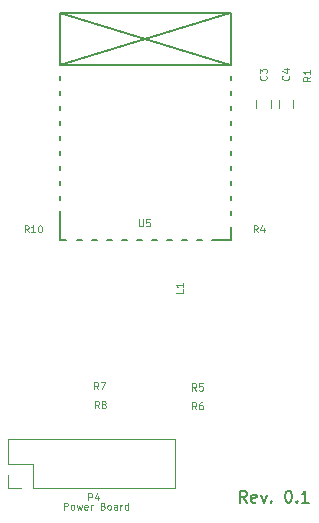
<source format=gto>
G04 #@! TF.GenerationSoftware,KiCad,Pcbnew,5.0.0-rc2-be01b52~65~ubuntu16.04.1*
G04 #@! TF.CreationDate,2018-06-27T12:44:11+03:00*
G04 #@! TF.ProjectId,livolo_2_channels_1way_eu_switch,6C69766F6C6F5F325F6368616E6E656C,rev?*
G04 #@! TF.SameCoordinates,Original*
G04 #@! TF.FileFunction,Legend,Top*
G04 #@! TF.FilePolarity,Positive*
%FSLAX46Y46*%
G04 Gerber Fmt 4.6, Leading zero omitted, Abs format (unit mm)*
G04 Created by KiCad (PCBNEW 5.0.0-rc2-be01b52~65~ubuntu16.04.1) date Wed Jun 27 12:44:11 2018*
%MOMM*%
%LPD*%
G01*
G04 APERTURE LIST*
%ADD10C,0.200000*%
%ADD11C,0.120000*%
%ADD12C,0.150000*%
%ADD13C,1.500000*%
%ADD14O,1.350000X1.350000*%
%ADD15R,1.350000X1.350000*%
%ADD16R,0.750000X1.200000*%
%ADD17R,1.000000X0.995000*%
%ADD18R,0.995000X1.000000*%
%ADD19R,1.524000X0.710000*%
%ADD20R,0.710000X1.524000*%
G04 APERTURE END LIST*
D10*
X150790476Y-111852380D02*
X150457142Y-111376190D01*
X150219047Y-111852380D02*
X150219047Y-110852380D01*
X150600000Y-110852380D01*
X150695238Y-110900000D01*
X150742857Y-110947619D01*
X150790476Y-111042857D01*
X150790476Y-111185714D01*
X150742857Y-111280952D01*
X150695238Y-111328571D01*
X150600000Y-111376190D01*
X150219047Y-111376190D01*
X151600000Y-111804761D02*
X151504761Y-111852380D01*
X151314285Y-111852380D01*
X151219047Y-111804761D01*
X151171428Y-111709523D01*
X151171428Y-111328571D01*
X151219047Y-111233333D01*
X151314285Y-111185714D01*
X151504761Y-111185714D01*
X151600000Y-111233333D01*
X151647619Y-111328571D01*
X151647619Y-111423809D01*
X151171428Y-111519047D01*
X151980952Y-111185714D02*
X152219047Y-111852380D01*
X152457142Y-111185714D01*
X152838095Y-111757142D02*
X152885714Y-111804761D01*
X152838095Y-111852380D01*
X152790476Y-111804761D01*
X152838095Y-111757142D01*
X152838095Y-111852380D01*
X154266666Y-110852380D02*
X154361904Y-110852380D01*
X154457142Y-110900000D01*
X154504761Y-110947619D01*
X154552380Y-111042857D01*
X154600000Y-111233333D01*
X154600000Y-111471428D01*
X154552380Y-111661904D01*
X154504761Y-111757142D01*
X154457142Y-111804761D01*
X154361904Y-111852380D01*
X154266666Y-111852380D01*
X154171428Y-111804761D01*
X154123809Y-111757142D01*
X154076190Y-111661904D01*
X154028571Y-111471428D01*
X154028571Y-111233333D01*
X154076190Y-111042857D01*
X154123809Y-110947619D01*
X154171428Y-110900000D01*
X154266666Y-110852380D01*
X155028571Y-111757142D02*
X155076190Y-111804761D01*
X155028571Y-111852380D01*
X154980952Y-111804761D01*
X155028571Y-111757142D01*
X155028571Y-111852380D01*
X156028571Y-111852380D02*
X155457142Y-111852380D01*
X155742857Y-111852380D02*
X155742857Y-110852380D01*
X155647619Y-110995238D01*
X155552380Y-111090476D01*
X155457142Y-111138095D01*
D11*
G04 #@! TO.C,P4*
X130590000Y-110610000D02*
X130590000Y-109550000D01*
X131650000Y-110610000D02*
X130590000Y-110610000D01*
X132650000Y-108550000D02*
X132650000Y-110610000D01*
X130590000Y-108550000D02*
X132650000Y-108550000D01*
X130590000Y-106490000D02*
X130590000Y-108550000D01*
X144710000Y-106490000D02*
X130590000Y-106490000D01*
X144710000Y-110610000D02*
X144710000Y-106490000D01*
X132650000Y-110610000D02*
X144710000Y-110610000D01*
G04 #@! TO.C,C3*
X152800000Y-77750000D02*
X152800000Y-78450000D01*
X151600000Y-78450000D02*
X151600000Y-77750000D01*
G04 #@! TO.C,C4*
X154700000Y-77750000D02*
X154700000Y-78450000D01*
X153500000Y-78450000D02*
X153500000Y-77750000D01*
D12*
G04 #@! TO.C,U5*
X149433334Y-74800505D02*
X149433334Y-70400000D01*
X149433334Y-70400000D02*
X134933334Y-70400000D01*
X134933334Y-74800126D02*
X134933334Y-70400000D01*
X135508755Y-89600000D02*
X134933334Y-89600000D01*
X149400000Y-74800000D02*
X135000000Y-74800000D01*
X135000000Y-74800000D02*
X149400000Y-70400000D01*
X149400000Y-74800000D02*
X135000000Y-70400000D01*
X136800000Y-89600000D02*
X136400000Y-89600000D01*
X138070000Y-89600000D02*
X137670000Y-89600000D01*
X139340000Y-89600000D02*
X138940000Y-89600000D01*
X140610000Y-89600000D02*
X140210000Y-89600000D01*
X141880000Y-89600000D02*
X141480000Y-89600000D01*
X143150000Y-89600000D02*
X142750000Y-89600000D01*
X144420000Y-89600000D02*
X144020000Y-89600000D01*
X145690000Y-89600000D02*
X145290000Y-89600000D01*
X146960000Y-89600000D02*
X146560000Y-89600000D01*
X149430000Y-89600000D02*
X147830000Y-89600000D01*
X134933334Y-76101386D02*
X134933334Y-75699874D01*
X134933334Y-77371386D02*
X134933334Y-76969874D01*
X134933334Y-78641386D02*
X134933334Y-78239874D01*
X134933334Y-79911386D02*
X134933334Y-79509874D01*
X134933334Y-81181386D02*
X134933334Y-80779874D01*
X134933334Y-82451386D02*
X134933334Y-82049874D01*
X134933334Y-83721386D02*
X134933334Y-83319874D01*
X134933334Y-84991386D02*
X134933334Y-84589874D01*
X134933334Y-86261386D02*
X134933334Y-85859874D01*
X134933334Y-89600899D02*
X134933334Y-87129874D01*
X149433334Y-76105510D02*
X149433334Y-75699495D01*
X149433334Y-77375510D02*
X149433334Y-76969495D01*
X149433334Y-78645510D02*
X149433334Y-78239495D01*
X149433334Y-79915510D02*
X149433334Y-79509495D01*
X149433334Y-81185510D02*
X149433334Y-80779495D01*
X149433334Y-82455510D02*
X149433334Y-82049495D01*
X149433334Y-83725510D02*
X149433334Y-83319495D01*
X149433334Y-84995510D02*
X149433334Y-84589495D01*
X149433334Y-86265510D02*
X149433334Y-85859495D01*
X149433334Y-87535510D02*
X149433334Y-87129495D01*
X149430000Y-89600000D02*
X149430000Y-88499591D01*
G04 #@! TO.C,P4*
D11*
X137357142Y-111671428D02*
X137357142Y-111071428D01*
X137585714Y-111071428D01*
X137642857Y-111100000D01*
X137671428Y-111128571D01*
X137700000Y-111185714D01*
X137700000Y-111271428D01*
X137671428Y-111328571D01*
X137642857Y-111357142D01*
X137585714Y-111385714D01*
X137357142Y-111385714D01*
X138214285Y-111271428D02*
X138214285Y-111671428D01*
X138071428Y-111042857D02*
X137928571Y-111471428D01*
X138300000Y-111471428D01*
X135285714Y-112471428D02*
X135285714Y-111871428D01*
X135514285Y-111871428D01*
X135571428Y-111900000D01*
X135600000Y-111928571D01*
X135628571Y-111985714D01*
X135628571Y-112071428D01*
X135600000Y-112128571D01*
X135571428Y-112157142D01*
X135514285Y-112185714D01*
X135285714Y-112185714D01*
X135971428Y-112471428D02*
X135914285Y-112442857D01*
X135885714Y-112414285D01*
X135857142Y-112357142D01*
X135857142Y-112185714D01*
X135885714Y-112128571D01*
X135914285Y-112100000D01*
X135971428Y-112071428D01*
X136057142Y-112071428D01*
X136114285Y-112100000D01*
X136142857Y-112128571D01*
X136171428Y-112185714D01*
X136171428Y-112357142D01*
X136142857Y-112414285D01*
X136114285Y-112442857D01*
X136057142Y-112471428D01*
X135971428Y-112471428D01*
X136371428Y-112071428D02*
X136485714Y-112471428D01*
X136600000Y-112185714D01*
X136714285Y-112471428D01*
X136828571Y-112071428D01*
X137285714Y-112442857D02*
X137228571Y-112471428D01*
X137114285Y-112471428D01*
X137057142Y-112442857D01*
X137028571Y-112385714D01*
X137028571Y-112157142D01*
X137057142Y-112100000D01*
X137114285Y-112071428D01*
X137228571Y-112071428D01*
X137285714Y-112100000D01*
X137314285Y-112157142D01*
X137314285Y-112214285D01*
X137028571Y-112271428D01*
X137571428Y-112471428D02*
X137571428Y-112071428D01*
X137571428Y-112185714D02*
X137600000Y-112128571D01*
X137628571Y-112100000D01*
X137685714Y-112071428D01*
X137742857Y-112071428D01*
X138600000Y-112157142D02*
X138685714Y-112185714D01*
X138714285Y-112214285D01*
X138742857Y-112271428D01*
X138742857Y-112357142D01*
X138714285Y-112414285D01*
X138685714Y-112442857D01*
X138628571Y-112471428D01*
X138400000Y-112471428D01*
X138400000Y-111871428D01*
X138600000Y-111871428D01*
X138657142Y-111900000D01*
X138685714Y-111928571D01*
X138714285Y-111985714D01*
X138714285Y-112042857D01*
X138685714Y-112100000D01*
X138657142Y-112128571D01*
X138600000Y-112157142D01*
X138400000Y-112157142D01*
X139085714Y-112471428D02*
X139028571Y-112442857D01*
X139000000Y-112414285D01*
X138971428Y-112357142D01*
X138971428Y-112185714D01*
X139000000Y-112128571D01*
X139028571Y-112100000D01*
X139085714Y-112071428D01*
X139171428Y-112071428D01*
X139228571Y-112100000D01*
X139257142Y-112128571D01*
X139285714Y-112185714D01*
X139285714Y-112357142D01*
X139257142Y-112414285D01*
X139228571Y-112442857D01*
X139171428Y-112471428D01*
X139085714Y-112471428D01*
X139800000Y-112471428D02*
X139800000Y-112157142D01*
X139771428Y-112100000D01*
X139714285Y-112071428D01*
X139600000Y-112071428D01*
X139542857Y-112100000D01*
X139800000Y-112442857D02*
X139742857Y-112471428D01*
X139600000Y-112471428D01*
X139542857Y-112442857D01*
X139514285Y-112385714D01*
X139514285Y-112328571D01*
X139542857Y-112271428D01*
X139600000Y-112242857D01*
X139742857Y-112242857D01*
X139800000Y-112214285D01*
X140085714Y-112471428D02*
X140085714Y-112071428D01*
X140085714Y-112185714D02*
X140114285Y-112128571D01*
X140142857Y-112100000D01*
X140200000Y-112071428D01*
X140257142Y-112071428D01*
X140714285Y-112471428D02*
X140714285Y-111871428D01*
X140714285Y-112442857D02*
X140657142Y-112471428D01*
X140542857Y-112471428D01*
X140485714Y-112442857D01*
X140457142Y-112414285D01*
X140428571Y-112357142D01*
X140428571Y-112185714D01*
X140457142Y-112128571D01*
X140485714Y-112100000D01*
X140542857Y-112071428D01*
X140657142Y-112071428D01*
X140714285Y-112100000D01*
G04 #@! TO.C,C3*
X152414285Y-75700000D02*
X152442857Y-75728571D01*
X152471428Y-75814285D01*
X152471428Y-75871428D01*
X152442857Y-75957142D01*
X152385714Y-76014285D01*
X152328571Y-76042857D01*
X152214285Y-76071428D01*
X152128571Y-76071428D01*
X152014285Y-76042857D01*
X151957142Y-76014285D01*
X151900000Y-75957142D01*
X151871428Y-75871428D01*
X151871428Y-75814285D01*
X151900000Y-75728571D01*
X151928571Y-75700000D01*
X151871428Y-75500000D02*
X151871428Y-75128571D01*
X152100000Y-75328571D01*
X152100000Y-75242857D01*
X152128571Y-75185714D01*
X152157142Y-75157142D01*
X152214285Y-75128571D01*
X152357142Y-75128571D01*
X152414285Y-75157142D01*
X152442857Y-75185714D01*
X152471428Y-75242857D01*
X152471428Y-75414285D01*
X152442857Y-75471428D01*
X152414285Y-75500000D01*
G04 #@! TO.C,C4*
X154314285Y-75700000D02*
X154342857Y-75728571D01*
X154371428Y-75814285D01*
X154371428Y-75871428D01*
X154342857Y-75957142D01*
X154285714Y-76014285D01*
X154228571Y-76042857D01*
X154114285Y-76071428D01*
X154028571Y-76071428D01*
X153914285Y-76042857D01*
X153857142Y-76014285D01*
X153800000Y-75957142D01*
X153771428Y-75871428D01*
X153771428Y-75814285D01*
X153800000Y-75728571D01*
X153828571Y-75700000D01*
X153971428Y-75185714D02*
X154371428Y-75185714D01*
X153742857Y-75328571D02*
X154171428Y-75471428D01*
X154171428Y-75100000D01*
G04 #@! TO.C,R1*
X156171428Y-75800000D02*
X155885714Y-76000000D01*
X156171428Y-76142857D02*
X155571428Y-76142857D01*
X155571428Y-75914285D01*
X155600000Y-75857142D01*
X155628571Y-75828571D01*
X155685714Y-75800000D01*
X155771428Y-75800000D01*
X155828571Y-75828571D01*
X155857142Y-75857142D01*
X155885714Y-75914285D01*
X155885714Y-76142857D01*
X156171428Y-75228571D02*
X156171428Y-75571428D01*
X156171428Y-75400000D02*
X155571428Y-75400000D01*
X155657142Y-75457142D01*
X155714285Y-75514285D01*
X155742857Y-75571428D01*
G04 #@! TO.C,R4*
X151700000Y-88971428D02*
X151500000Y-88685714D01*
X151357142Y-88971428D02*
X151357142Y-88371428D01*
X151585714Y-88371428D01*
X151642857Y-88400000D01*
X151671428Y-88428571D01*
X151700000Y-88485714D01*
X151700000Y-88571428D01*
X151671428Y-88628571D01*
X151642857Y-88657142D01*
X151585714Y-88685714D01*
X151357142Y-88685714D01*
X152214285Y-88571428D02*
X152214285Y-88971428D01*
X152071428Y-88342857D02*
X151928571Y-88771428D01*
X152300000Y-88771428D01*
G04 #@! TO.C,R5*
X146512500Y-102371428D02*
X146312500Y-102085714D01*
X146169642Y-102371428D02*
X146169642Y-101771428D01*
X146398214Y-101771428D01*
X146455357Y-101800000D01*
X146483928Y-101828571D01*
X146512500Y-101885714D01*
X146512500Y-101971428D01*
X146483928Y-102028571D01*
X146455357Y-102057142D01*
X146398214Y-102085714D01*
X146169642Y-102085714D01*
X147055357Y-101771428D02*
X146769642Y-101771428D01*
X146741071Y-102057142D01*
X146769642Y-102028571D01*
X146826785Y-102000000D01*
X146969642Y-102000000D01*
X147026785Y-102028571D01*
X147055357Y-102057142D01*
X147083928Y-102114285D01*
X147083928Y-102257142D01*
X147055357Y-102314285D01*
X147026785Y-102342857D01*
X146969642Y-102371428D01*
X146826785Y-102371428D01*
X146769642Y-102342857D01*
X146741071Y-102314285D01*
G04 #@! TO.C,R6*
X146500000Y-103971428D02*
X146300000Y-103685714D01*
X146157142Y-103971428D02*
X146157142Y-103371428D01*
X146385714Y-103371428D01*
X146442857Y-103400000D01*
X146471428Y-103428571D01*
X146500000Y-103485714D01*
X146500000Y-103571428D01*
X146471428Y-103628571D01*
X146442857Y-103657142D01*
X146385714Y-103685714D01*
X146157142Y-103685714D01*
X147014285Y-103371428D02*
X146900000Y-103371428D01*
X146842857Y-103400000D01*
X146814285Y-103428571D01*
X146757142Y-103514285D01*
X146728571Y-103628571D01*
X146728571Y-103857142D01*
X146757142Y-103914285D01*
X146785714Y-103942857D01*
X146842857Y-103971428D01*
X146957142Y-103971428D01*
X147014285Y-103942857D01*
X147042857Y-103914285D01*
X147071428Y-103857142D01*
X147071428Y-103714285D01*
X147042857Y-103657142D01*
X147014285Y-103628571D01*
X146957142Y-103600000D01*
X146842857Y-103600000D01*
X146785714Y-103628571D01*
X146757142Y-103657142D01*
X146728571Y-103714285D01*
G04 #@! TO.C,R7*
X138200000Y-102271428D02*
X138000000Y-101985714D01*
X137857142Y-102271428D02*
X137857142Y-101671428D01*
X138085714Y-101671428D01*
X138142857Y-101700000D01*
X138171428Y-101728571D01*
X138200000Y-101785714D01*
X138200000Y-101871428D01*
X138171428Y-101928571D01*
X138142857Y-101957142D01*
X138085714Y-101985714D01*
X137857142Y-101985714D01*
X138400000Y-101671428D02*
X138800000Y-101671428D01*
X138542857Y-102271428D01*
G04 #@! TO.C,R8*
X138275000Y-103871428D02*
X138075000Y-103585714D01*
X137932142Y-103871428D02*
X137932142Y-103271428D01*
X138160714Y-103271428D01*
X138217857Y-103300000D01*
X138246428Y-103328571D01*
X138275000Y-103385714D01*
X138275000Y-103471428D01*
X138246428Y-103528571D01*
X138217857Y-103557142D01*
X138160714Y-103585714D01*
X137932142Y-103585714D01*
X138617857Y-103528571D02*
X138560714Y-103500000D01*
X138532142Y-103471428D01*
X138503571Y-103414285D01*
X138503571Y-103385714D01*
X138532142Y-103328571D01*
X138560714Y-103300000D01*
X138617857Y-103271428D01*
X138732142Y-103271428D01*
X138789285Y-103300000D01*
X138817857Y-103328571D01*
X138846428Y-103385714D01*
X138846428Y-103414285D01*
X138817857Y-103471428D01*
X138789285Y-103500000D01*
X138732142Y-103528571D01*
X138617857Y-103528571D01*
X138560714Y-103557142D01*
X138532142Y-103585714D01*
X138503571Y-103642857D01*
X138503571Y-103757142D01*
X138532142Y-103814285D01*
X138560714Y-103842857D01*
X138617857Y-103871428D01*
X138732142Y-103871428D01*
X138789285Y-103842857D01*
X138817857Y-103814285D01*
X138846428Y-103757142D01*
X138846428Y-103642857D01*
X138817857Y-103585714D01*
X138789285Y-103557142D01*
X138732142Y-103528571D01*
G04 #@! TO.C,R10*
X132314285Y-88971428D02*
X132114285Y-88685714D01*
X131971428Y-88971428D02*
X131971428Y-88371428D01*
X132200000Y-88371428D01*
X132257142Y-88400000D01*
X132285714Y-88428571D01*
X132314285Y-88485714D01*
X132314285Y-88571428D01*
X132285714Y-88628571D01*
X132257142Y-88657142D01*
X132200000Y-88685714D01*
X131971428Y-88685714D01*
X132885714Y-88971428D02*
X132542857Y-88971428D01*
X132714285Y-88971428D02*
X132714285Y-88371428D01*
X132657142Y-88457142D01*
X132600000Y-88514285D01*
X132542857Y-88542857D01*
X133257142Y-88371428D02*
X133314285Y-88371428D01*
X133371428Y-88400000D01*
X133400000Y-88428571D01*
X133428571Y-88485714D01*
X133457142Y-88600000D01*
X133457142Y-88742857D01*
X133428571Y-88857142D01*
X133400000Y-88914285D01*
X133371428Y-88942857D01*
X133314285Y-88971428D01*
X133257142Y-88971428D01*
X133200000Y-88942857D01*
X133171428Y-88914285D01*
X133142857Y-88857142D01*
X133114285Y-88742857D01*
X133114285Y-88600000D01*
X133142857Y-88485714D01*
X133171428Y-88428571D01*
X133200000Y-88400000D01*
X133257142Y-88371428D01*
G04 #@! TO.C,U5*
X141642857Y-87871428D02*
X141642857Y-88357142D01*
X141671428Y-88414285D01*
X141700000Y-88442857D01*
X141757142Y-88471428D01*
X141871428Y-88471428D01*
X141928571Y-88442857D01*
X141957142Y-88414285D01*
X141985714Y-88357142D01*
X141985714Y-87871428D01*
X142557142Y-87871428D02*
X142271428Y-87871428D01*
X142242857Y-88157142D01*
X142271428Y-88128571D01*
X142328571Y-88100000D01*
X142471428Y-88100000D01*
X142528571Y-88128571D01*
X142557142Y-88157142D01*
X142585714Y-88214285D01*
X142585714Y-88357142D01*
X142557142Y-88414285D01*
X142528571Y-88442857D01*
X142471428Y-88471428D01*
X142328571Y-88471428D01*
X142271428Y-88442857D01*
X142242857Y-88414285D01*
G04 #@! TO.C,L1*
X145371428Y-93800000D02*
X145371428Y-94085714D01*
X144771428Y-94085714D01*
X145371428Y-93285714D02*
X145371428Y-93628571D01*
X145371428Y-93457142D02*
X144771428Y-93457142D01*
X144857142Y-93514285D01*
X144914285Y-93571428D01*
X144942857Y-93628571D01*
G04 #@! TD*
%LPC*%
D13*
G04 #@! TO.C,REF\002A\002A*
X152100000Y-100850000D03*
G04 #@! TD*
G04 #@! TO.C,REF\002A\002A*
X160300000Y-100850000D03*
G04 #@! TD*
G04 #@! TO.C,REF\002A\002A*
X132700000Y-100900000D03*
G04 #@! TD*
G04 #@! TO.C,REF\002A\002A*
X124500000Y-100900000D03*
G04 #@! TD*
D14*
G04 #@! TO.C,P4*
X143650000Y-107550000D03*
X143650000Y-109550000D03*
X141650000Y-107550000D03*
X141650000Y-109550000D03*
X139650000Y-107550000D03*
X139650000Y-109550000D03*
X137650000Y-107550000D03*
X137650000Y-109550000D03*
X135650000Y-107550000D03*
X135650000Y-109550000D03*
X133650000Y-107550000D03*
X133650000Y-109550000D03*
X131650000Y-107550000D03*
D15*
X131650000Y-109550000D03*
G04 #@! TD*
D16*
G04 #@! TO.C,C3*
X152200000Y-77150000D03*
X152200000Y-79050000D03*
G04 #@! TD*
G04 #@! TO.C,C4*
X154100000Y-77150000D03*
X154100000Y-79050000D03*
G04 #@! TD*
D17*
G04 #@! TO.C,R1*
X155900000Y-77100000D03*
X155900000Y-78875000D03*
G04 #@! TD*
D18*
G04 #@! TO.C,R4*
X152587500Y-90100000D03*
X150812500Y-90100000D03*
G04 #@! TD*
G04 #@! TO.C,R5*
X148212500Y-102100000D03*
X149987500Y-102100000D03*
G04 #@! TD*
G04 #@! TO.C,R6*
X149987500Y-103700000D03*
X148212500Y-103700000D03*
G04 #@! TD*
G04 #@! TO.C,R7*
X136675000Y-102100000D03*
X134900000Y-102100000D03*
G04 #@! TD*
G04 #@! TO.C,R8*
X134900000Y-103700000D03*
X136675000Y-103700000D03*
G04 #@! TD*
G04 #@! TO.C,R10*
X131712500Y-90100000D03*
X133487500Y-90100000D03*
G04 #@! TD*
D19*
G04 #@! TO.C,U5*
X149850000Y-75280000D03*
X149850000Y-76550000D03*
X149850000Y-77820000D03*
X149850000Y-79090000D03*
X149850000Y-80360000D03*
X149850000Y-81630000D03*
X149850000Y-82900000D03*
X149850000Y-84170000D03*
X149850000Y-85440000D03*
X149850000Y-86710000D03*
X149850000Y-87980000D03*
D20*
X147400000Y-90100000D03*
X146130000Y-90100000D03*
X144860000Y-90100000D03*
X143590000Y-90100000D03*
X142320000Y-90100000D03*
X141050000Y-90100000D03*
X139780000Y-90100000D03*
X138510000Y-90100000D03*
X137240000Y-90100000D03*
X135970000Y-90100000D03*
D19*
X134450000Y-80360000D03*
X134450000Y-75280000D03*
X134450000Y-77820000D03*
X134450000Y-84170000D03*
X134450000Y-82900000D03*
X134450000Y-76550000D03*
X134450000Y-85440000D03*
X134450000Y-81630000D03*
X134450000Y-86710000D03*
X134450000Y-79090000D03*
G04 #@! TD*
D17*
G04 #@! TO.C,L1*
X143600000Y-94700000D03*
X143600000Y-92925000D03*
G04 #@! TD*
M02*

</source>
